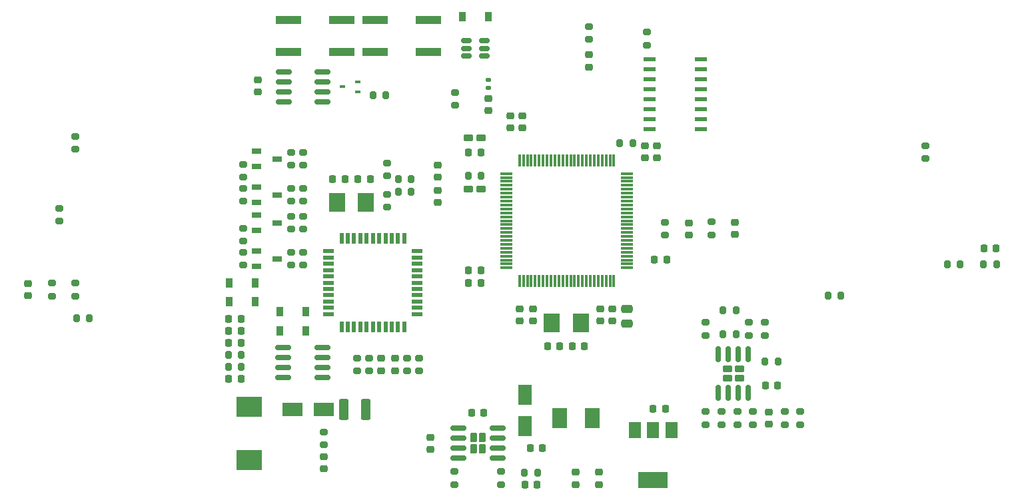
<source format=gbr>
%TF.GenerationSoftware,KiCad,Pcbnew,7.0.0-rc1-unknown-0.4.rc2.fc37*%
%TF.CreationDate,2023-02-14T20:33:30-08:00*%
%TF.ProjectId,prius_gen2,70726975-735f-4676-956e-322e6b696361,rev?*%
%TF.SameCoordinates,Original*%
%TF.FileFunction,Paste,Top*%
%TF.FilePolarity,Positive*%
%FSLAX46Y46*%
G04 Gerber Fmt 4.6, Leading zero omitted, Abs format (unit mm)*
G04 Created by KiCad (PCBNEW 7.0.0-rc1-unknown-0.4.rc2.fc37) date 2023-02-14 20:33:30*
%MOMM*%
%LPD*%
G01*
G04 APERTURE LIST*
G04 Aperture macros list*
%AMRoundRect*
0 Rectangle with rounded corners*
0 $1 Rounding radius*
0 $2 $3 $4 $5 $6 $7 $8 $9 X,Y pos of 4 corners*
0 Add a 4 corners polygon primitive as box body*
4,1,4,$2,$3,$4,$5,$6,$7,$8,$9,$2,$3,0*
0 Add four circle primitives for the rounded corners*
1,1,$1+$1,$2,$3*
1,1,$1+$1,$4,$5*
1,1,$1+$1,$6,$7*
1,1,$1+$1,$8,$9*
0 Add four rect primitives between the rounded corners*
20,1,$1+$1,$2,$3,$4,$5,0*
20,1,$1+$1,$4,$5,$6,$7,0*
20,1,$1+$1,$6,$7,$8,$9,0*
20,1,$1+$1,$8,$9,$2,$3,0*%
G04 Aperture macros list end*
%ADD10RoundRect,0.200000X-0.275000X0.200000X-0.275000X-0.200000X0.275000X-0.200000X0.275000X0.200000X0*%
%ADD11RoundRect,0.225000X-0.250000X0.225000X-0.250000X-0.225000X0.250000X-0.225000X0.250000X0.225000X0*%
%ADD12RoundRect,0.225000X-0.225000X-0.250000X0.225000X-0.250000X0.225000X0.250000X-0.225000X0.250000X0*%
%ADD13RoundRect,0.200000X0.200000X0.275000X-0.200000X0.275000X-0.200000X-0.275000X0.200000X-0.275000X0*%
%ADD14RoundRect,0.225000X0.250000X-0.225000X0.250000X0.225000X-0.250000X0.225000X-0.250000X-0.225000X0*%
%ADD15R,3.200000X1.000000*%
%ADD16RoundRect,0.150000X-0.825000X-0.150000X0.825000X-0.150000X0.825000X0.150000X-0.825000X0.150000X0*%
%ADD17RoundRect,0.225000X0.225000X0.250000X-0.225000X0.250000X-0.225000X-0.250000X0.225000X-0.250000X0*%
%ADD18R,2.000000X2.400000*%
%ADD19RoundRect,0.212500X0.400000X0.212500X-0.400000X0.212500X-0.400000X-0.212500X0.400000X-0.212500X0*%
%ADD20RoundRect,0.200000X0.275000X-0.200000X0.275000X0.200000X-0.275000X0.200000X-0.275000X-0.200000X0*%
%ADD21RoundRect,0.200000X-0.200000X-0.275000X0.200000X-0.275000X0.200000X0.275000X-0.200000X0.275000X0*%
%ADD22RoundRect,0.250000X-0.375000X-1.075000X0.375000X-1.075000X0.375000X1.075000X-0.375000X1.075000X0*%
%ADD23R,0.700000X0.450000*%
%ADD24R,3.300000X2.500000*%
%ADD25R,2.500000X1.800000*%
%ADD26R,1.800000X2.500000*%
%ADD27RoundRect,0.250000X-0.475000X0.250000X-0.475000X-0.250000X0.475000X-0.250000X0.475000X0.250000X0*%
%ADD28R,1.500000X2.000000*%
%ADD29R,3.800000X2.000000*%
%ADD30RoundRect,0.230000X-0.230000X-0.375000X0.230000X-0.375000X0.230000X0.375000X-0.230000X0.375000X0*%
%ADD31RoundRect,0.230000X0.375000X-0.230000X0.375000X0.230000X-0.375000X0.230000X-0.375000X-0.230000X0*%
%ADD32RoundRect,0.150000X0.150000X-0.825000X0.150000X0.825000X-0.150000X0.825000X-0.150000X-0.825000X0*%
%ADD33R,1.900000X2.500000*%
%ADD34RoundRect,0.218750X0.218750X0.256250X-0.218750X0.256250X-0.218750X-0.256250X0.218750X-0.256250X0*%
%ADD35RoundRect,0.137500X-0.662500X-0.137500X0.662500X-0.137500X0.662500X0.137500X-0.662500X0.137500X0*%
%ADD36R,0.900000X1.200000*%
%ADD37RoundRect,0.150000X0.512500X0.150000X-0.512500X0.150000X-0.512500X-0.150000X0.512500X-0.150000X0*%
%ADD38R,1.220000X0.650000*%
%ADD39RoundRect,0.075000X0.075000X-0.725000X0.075000X0.725000X-0.075000X0.725000X-0.075000X-0.725000X0*%
%ADD40RoundRect,0.075000X0.725000X-0.075000X0.725000X0.075000X-0.725000X0.075000X-0.725000X-0.075000X0*%
%ADD41R,1.473200X0.508000*%
%ADD42R,0.508000X1.473200*%
%ADD43RoundRect,0.135000X0.185000X-0.135000X0.185000X0.135000X-0.185000X0.135000X-0.185000X-0.135000X0*%
%ADD44RoundRect,0.150000X0.825000X0.150000X-0.825000X0.150000X-0.825000X-0.150000X0.825000X-0.150000X0*%
G04 APERTURE END LIST*
D10*
%TO.C,R13*%
X91285500Y-104247000D03*
X91285500Y-105897000D03*
%TD*%
D11*
%TO.C,C29*%
X122873500Y-126295000D03*
X122873500Y-127845000D03*
%TD*%
%TO.C,C31*%
X136373500Y-123845000D03*
X136373500Y-125395000D03*
%TD*%
D12*
%TO.C,C32*%
X149082500Y-125210000D03*
X150632500Y-125210000D03*
%TD*%
%TO.C,C33*%
X141666000Y-120765000D03*
X143216000Y-120765000D03*
%TD*%
%TO.C,C34*%
X148423500Y-129845000D03*
X149973500Y-129845000D03*
%TD*%
D13*
%TO.C,R29*%
X150023500Y-128345000D03*
X148373500Y-128345000D03*
%TD*%
D10*
%TO.C,R7*%
X130871000Y-88977000D03*
X130871000Y-90627000D03*
%TD*%
%TO.C,R42*%
X199322500Y-86782000D03*
X199322500Y-88432000D03*
%TD*%
%TO.C,R28*%
X145373500Y-128195000D03*
X145373500Y-129845000D03*
%TD*%
D11*
%TO.C,C35*%
X154873500Y-128295000D03*
X154873500Y-129845000D03*
%TD*%
%TO.C,C36*%
X157795000Y-128295000D03*
X157795000Y-129845000D03*
%TD*%
D12*
%TO.C,C37*%
X164703500Y-120193500D03*
X166253500Y-120193500D03*
%TD*%
D14*
%TO.C,C13*%
X137328500Y-90777000D03*
X137328500Y-89227000D03*
%TD*%
D11*
%TO.C,C14*%
X137328500Y-92452000D03*
X137328500Y-94002000D03*
%TD*%
%TO.C,C15*%
X85285500Y-104297000D03*
X85285500Y-105847000D03*
%TD*%
D15*
%TO.C,SW1*%
X129340499Y-70828999D03*
X136140499Y-70828999D03*
X129340499Y-74828999D03*
X136140499Y-74828999D03*
%TD*%
D16*
%TO.C,U4*%
X117765000Y-77374500D03*
X117765000Y-78644500D03*
X117765000Y-79914500D03*
X117765000Y-81184500D03*
X122715000Y-81184500D03*
X122715000Y-79914500D03*
X122715000Y-78644500D03*
X122715000Y-77374500D03*
%TD*%
D17*
%TO.C,C6*%
X142822000Y-102604000D03*
X141272000Y-102604000D03*
%TD*%
D11*
%TO.C,C38*%
X169225000Y-96571500D03*
X169225000Y-98121500D03*
%TD*%
%TO.C,C41*%
X175130500Y-96529500D03*
X175130500Y-98079500D03*
%TD*%
D10*
%TO.C,R11*%
X88285500Y-104247000D03*
X88285500Y-105897000D03*
%TD*%
D13*
%TO.C,R12*%
X93087500Y-108700000D03*
X91437500Y-108700000D03*
%TD*%
%TO.C,R10*%
X133982000Y-92599500D03*
X132332000Y-92599500D03*
%TD*%
%TO.C,R25*%
X130755000Y-80315500D03*
X129105000Y-80315500D03*
%TD*%
D10*
%TO.C,R26*%
X122873500Y-123195000D03*
X122873500Y-124845000D03*
%TD*%
D18*
%TO.C,Y1*%
X151817499Y-109334999D03*
X155517499Y-109334999D03*
%TD*%
D15*
%TO.C,SW2*%
X118340499Y-70828999D03*
X125140499Y-70828999D03*
X118340499Y-74828999D03*
X125140499Y-74828999D03*
%TD*%
D19*
%TO.C,D2*%
X142817500Y-92317000D03*
X141192500Y-92317000D03*
%TD*%
D20*
%TO.C,R8*%
X130871000Y-94602500D03*
X130871000Y-92952500D03*
%TD*%
D13*
%TO.C,R9*%
X133982000Y-90983500D03*
X132332000Y-90983500D03*
%TD*%
D10*
%TO.C,R35*%
X166225000Y-96521500D03*
X166225000Y-98171500D03*
%TD*%
D21*
%TO.C,R30*%
X186940500Y-105831000D03*
X188590500Y-105831000D03*
%TD*%
D22*
%TO.C,L1*%
X125373500Y-120345000D03*
X128173500Y-120345000D03*
%TD*%
D10*
%TO.C,R1*%
X156525000Y-71616500D03*
X156525000Y-73266500D03*
%TD*%
D23*
%TO.C,D3*%
X127194999Y-79929499D03*
X127194999Y-78629499D03*
X125194999Y-79279499D03*
%TD*%
D24*
%TO.C,D4*%
X113373499Y-119944999D03*
X113373499Y-126744999D03*
%TD*%
D25*
%TO.C,D5*%
X122873499Y-120344999D03*
X118873499Y-120344999D03*
%TD*%
D26*
%TO.C,D6*%
X148396999Y-122447499D03*
X148396999Y-118447499D03*
%TD*%
D27*
%TO.C,FB1*%
X161414500Y-107496000D03*
X161414500Y-109396000D03*
%TD*%
D10*
%TO.C,R45*%
X172130500Y-96479500D03*
X172130500Y-98129500D03*
%TD*%
%TO.C,R27*%
X139473500Y-128195000D03*
X139473500Y-129845000D03*
%TD*%
D13*
%TO.C,R6*%
X142850000Y-90602500D03*
X141200000Y-90602500D03*
%TD*%
D10*
%TO.C,R2*%
X139507000Y-79998500D03*
X139507000Y-81648500D03*
%TD*%
D28*
%TO.C,U6*%
X167022999Y-122976999D03*
X164722999Y-122976999D03*
D29*
X164722999Y-129276999D03*
D28*
X162422999Y-122976999D03*
%TD*%
D30*
%TO.C,U5*%
X141873500Y-123845000D03*
X141873500Y-125345000D03*
X143013500Y-123845000D03*
X143013500Y-125345000D03*
D16*
X139968500Y-122690000D03*
X139968500Y-123960000D03*
X139968500Y-125230000D03*
X139968500Y-126500000D03*
X144918500Y-126500000D03*
X144918500Y-125230000D03*
X144918500Y-123960000D03*
X144918500Y-122690000D03*
%TD*%
D10*
%TO.C,R18*%
X163954500Y-72315000D03*
X163954500Y-73965000D03*
%TD*%
D12*
%TO.C,C17*%
X206739000Y-99798500D03*
X208289000Y-99798500D03*
%TD*%
D21*
%TO.C,R16*%
X202102500Y-101830500D03*
X203752500Y-101830500D03*
%TD*%
%TO.C,R17*%
X206689500Y-101830500D03*
X208339500Y-101830500D03*
%TD*%
D31*
%TO.C,U7*%
X174161500Y-116316500D03*
X175661500Y-116316500D03*
X174161500Y-115176500D03*
X175661500Y-115176500D03*
D32*
X173006500Y-118221500D03*
X174276500Y-118221500D03*
X175546500Y-118221500D03*
X176816500Y-118221500D03*
X176816500Y-113271500D03*
X175546500Y-113271500D03*
X174276500Y-113271500D03*
X173006500Y-113271500D03*
%TD*%
D13*
%TO.C,R41*%
X175236500Y-107746500D03*
X173586500Y-107746500D03*
%TD*%
D11*
%TO.C,C39*%
X179411500Y-120646500D03*
X179411500Y-122196500D03*
%TD*%
D17*
%TO.C,C40*%
X180511500Y-117246500D03*
X178961500Y-117246500D03*
%TD*%
D20*
%TO.C,R43*%
X171411500Y-122246500D03*
X171411500Y-120596500D03*
%TD*%
D13*
%TO.C,R34*%
X180561500Y-114246500D03*
X178911500Y-114246500D03*
%TD*%
D20*
%TO.C,R38*%
X171411500Y-110896500D03*
X171411500Y-109246500D03*
%TD*%
%TO.C,R36*%
X181411500Y-122246500D03*
X181411500Y-120596500D03*
%TD*%
D10*
%TO.C,R37*%
X177411500Y-120596500D03*
X177411500Y-122246500D03*
%TD*%
D20*
%TO.C,R33*%
X176911500Y-110896500D03*
X176911500Y-109246500D03*
%TD*%
D10*
%TO.C,R31*%
X175411500Y-120596500D03*
X175411500Y-122246500D03*
%TD*%
%TO.C,R32*%
X183411500Y-120596500D03*
X183411500Y-122246500D03*
%TD*%
D20*
%TO.C,R39*%
X178911500Y-110896500D03*
X178911500Y-109246500D03*
%TD*%
D10*
%TO.C,R40*%
X173411500Y-120596500D03*
X173411500Y-122246500D03*
%TD*%
D13*
%TO.C,R44*%
X175236500Y-110746500D03*
X173586500Y-110746500D03*
%TD*%
D33*
%TO.C,L2*%
X152854999Y-121399499D03*
X156954999Y-121399499D03*
%TD*%
D12*
%TO.C,C2*%
X154416500Y-112256000D03*
X155966500Y-112256000D03*
%TD*%
D11*
%TO.C,C7*%
X147762000Y-107544000D03*
X147762000Y-109094000D03*
%TD*%
%TO.C,C4*%
X159509500Y-107544000D03*
X159509500Y-109094000D03*
%TD*%
%TO.C,C8*%
X149476500Y-107544000D03*
X149476500Y-109094000D03*
%TD*%
D12*
%TO.C,C9*%
X164894000Y-101270500D03*
X166444000Y-101270500D03*
%TD*%
D14*
%TO.C,C11*%
X146525000Y-84500000D03*
X146525000Y-82950000D03*
%TD*%
D17*
%TO.C,C12*%
X142822000Y-104255000D03*
X141272000Y-104255000D03*
%TD*%
D14*
%TO.C,C3*%
X156525000Y-76772500D03*
X156525000Y-75222500D03*
%TD*%
D11*
%TO.C,C5*%
X157985500Y-107544000D03*
X157985500Y-109094000D03*
%TD*%
D14*
%TO.C,C28*%
X114488000Y-79947500D03*
X114488000Y-78397500D03*
%TD*%
D17*
%TO.C,C1*%
X152855000Y-112256000D03*
X151305000Y-112256000D03*
%TD*%
D34*
%TO.C,R5*%
X142812500Y-87599500D03*
X141237500Y-87599500D03*
%TD*%
D19*
%TO.C,D1*%
X142817500Y-85749500D03*
X141192500Y-85749500D03*
%TD*%
D13*
%TO.C,R3*%
X160475000Y-86475000D03*
X162125000Y-86475000D03*
%TD*%
D14*
%TO.C,C10*%
X165175000Y-88350000D03*
X165175000Y-86800000D03*
%TD*%
D35*
%TO.C,U2*%
X164260500Y-75743500D03*
X164260500Y-77013500D03*
X164260500Y-78283500D03*
X164260500Y-79553500D03*
X164260500Y-80823500D03*
X164260500Y-82093500D03*
X164260500Y-83363500D03*
X164260500Y-84633500D03*
X170760500Y-84633500D03*
X170760500Y-83363500D03*
X170760500Y-82093500D03*
X170760500Y-80823500D03*
X170760500Y-79553500D03*
X170760500Y-78283500D03*
X170760500Y-77013500D03*
X170760500Y-75743500D03*
%TD*%
D20*
%TO.C,R54*%
X118679000Y-97396500D03*
X118679000Y-95746500D03*
%TD*%
D36*
%TO.C,D9*%
X120582999Y-107874499D03*
X117282999Y-107874499D03*
%TD*%
D37*
%TO.C,U9*%
X143262500Y-75350000D03*
X143262500Y-74400000D03*
X143262500Y-73450000D03*
X140987500Y-73450000D03*
X140987500Y-74400000D03*
X140987500Y-75350000D03*
%TD*%
D14*
%TO.C,C26*%
X148050000Y-84500000D03*
X148050000Y-82950000D03*
%TD*%
D20*
%TO.C,R23*%
X127061000Y-115430500D03*
X127061000Y-113780500D03*
%TD*%
D14*
%TO.C,C21*%
X130109000Y-115380500D03*
X130109000Y-113830500D03*
%TD*%
%TO.C,C27*%
X163675000Y-88350000D03*
X163675000Y-86800000D03*
%TD*%
D20*
%TO.C,R24*%
X128585000Y-115430500D03*
X128585000Y-113780500D03*
%TD*%
%TO.C,R47*%
X118679000Y-89268500D03*
X118679000Y-87618500D03*
%TD*%
D36*
%TO.C,D8*%
X110805999Y-106604499D03*
X114105999Y-106604499D03*
%TD*%
D17*
%TO.C,C25*%
X112342000Y-111811500D03*
X110792000Y-111811500D03*
%TD*%
D38*
%TO.C,Q3*%
X114320999Y-95621499D03*
X114320999Y-97521499D03*
X116940999Y-96571499D03*
%TD*%
D17*
%TO.C,C23*%
X112342000Y-108763500D03*
X110792000Y-108763500D03*
%TD*%
D38*
%TO.C,Q4*%
X114320999Y-100193499D03*
X114320999Y-102093499D03*
X116940999Y-101143499D03*
%TD*%
D20*
%TO.C,R51*%
X133411000Y-115430500D03*
X133411000Y-113780500D03*
%TD*%
D10*
%TO.C,R57*%
X118679000Y-100318500D03*
X118679000Y-101968500D03*
%TD*%
D36*
%TO.C,D11*%
X140449999Y-70374999D03*
X143749999Y-70374999D03*
%TD*%
D10*
%TO.C,R56*%
X120203000Y-100318500D03*
X120203000Y-101968500D03*
%TD*%
D39*
%TO.C,U1*%
X147731000Y-103992500D03*
X148231000Y-103992500D03*
X148731000Y-103992500D03*
X149231000Y-103992500D03*
X149731000Y-103992500D03*
X150231000Y-103992500D03*
X150731000Y-103992500D03*
X151231000Y-103992500D03*
X151731000Y-103992500D03*
X152231000Y-103992500D03*
X152731000Y-103992500D03*
X153231000Y-103992500D03*
X153731000Y-103992500D03*
X154231000Y-103992500D03*
X154731000Y-103992500D03*
X155231000Y-103992500D03*
X155731000Y-103992500D03*
X156231000Y-103992500D03*
X156731000Y-103992500D03*
X157231000Y-103992500D03*
X157731000Y-103992500D03*
X158231000Y-103992500D03*
X158731000Y-103992500D03*
X159231000Y-103992500D03*
X159731000Y-103992500D03*
D40*
X161406000Y-102317500D03*
X161406000Y-101817500D03*
X161406000Y-101317500D03*
X161406000Y-100817500D03*
X161406000Y-100317500D03*
X161406000Y-99817500D03*
X161406000Y-99317500D03*
X161406000Y-98817500D03*
X161406000Y-98317500D03*
X161406000Y-97817500D03*
X161406000Y-97317500D03*
X161406000Y-96817500D03*
X161406000Y-96317500D03*
X161406000Y-95817500D03*
X161406000Y-95317500D03*
X161406000Y-94817500D03*
X161406000Y-94317500D03*
X161406000Y-93817500D03*
X161406000Y-93317500D03*
X161406000Y-92817500D03*
X161406000Y-92317500D03*
X161406000Y-91817500D03*
X161406000Y-91317500D03*
X161406000Y-90817500D03*
X161406000Y-90317500D03*
D39*
X159731000Y-88642500D03*
X159231000Y-88642500D03*
X158731000Y-88642500D03*
X158231000Y-88642500D03*
X157731000Y-88642500D03*
X157231000Y-88642500D03*
X156731000Y-88642500D03*
X156231000Y-88642500D03*
X155731000Y-88642500D03*
X155231000Y-88642500D03*
X154731000Y-88642500D03*
X154231000Y-88642500D03*
X153731000Y-88642500D03*
X153231000Y-88642500D03*
X152731000Y-88642500D03*
X152231000Y-88642500D03*
X151731000Y-88642500D03*
X151231000Y-88642500D03*
X150731000Y-88642500D03*
X150231000Y-88642500D03*
X149731000Y-88642500D03*
X149231000Y-88642500D03*
X148731000Y-88642500D03*
X148231000Y-88642500D03*
X147731000Y-88642500D03*
D40*
X146056000Y-90317500D03*
X146056000Y-90817500D03*
X146056000Y-91317500D03*
X146056000Y-91817500D03*
X146056000Y-92317500D03*
X146056000Y-92817500D03*
X146056000Y-93317500D03*
X146056000Y-93817500D03*
X146056000Y-94317500D03*
X146056000Y-94817500D03*
X146056000Y-95317500D03*
X146056000Y-95817500D03*
X146056000Y-96317500D03*
X146056000Y-96817500D03*
X146056000Y-97317500D03*
X146056000Y-97817500D03*
X146056000Y-98317500D03*
X146056000Y-98817500D03*
X146056000Y-99317500D03*
X146056000Y-99817500D03*
X146056000Y-100317500D03*
X146056000Y-100817500D03*
X146056000Y-101317500D03*
X146056000Y-101817500D03*
X146056000Y-102317500D03*
%TD*%
D13*
%TO.C,R22*%
X112392000Y-114859500D03*
X110742000Y-114859500D03*
%TD*%
D10*
%TO.C,R53*%
X112583000Y-92190500D03*
X112583000Y-93840500D03*
%TD*%
D36*
%TO.C,D7*%
X114105999Y-104191499D03*
X110805999Y-104191499D03*
%TD*%
D41*
%TO.C,U3*%
X134706399Y-108179299D03*
X134706399Y-107391899D03*
X134706399Y-106579099D03*
X134706399Y-105791699D03*
X134706399Y-104978899D03*
X134706399Y-104191499D03*
X134706399Y-103404099D03*
X134706399Y-102591299D03*
X134706399Y-101803899D03*
X134706399Y-100991099D03*
X134706399Y-100203699D03*
D42*
X133080799Y-98578099D03*
X132293399Y-98578099D03*
X131480599Y-98578099D03*
X130693199Y-98578099D03*
X129880399Y-98578099D03*
X129092999Y-98578099D03*
X128305599Y-98578099D03*
X127492799Y-98578099D03*
X126705399Y-98578099D03*
X125892599Y-98578099D03*
X125105199Y-98578099D03*
D41*
X123479599Y-100203699D03*
X123479599Y-100991099D03*
X123479599Y-101803899D03*
X123479599Y-102591299D03*
X123479599Y-103404099D03*
X123479599Y-104191499D03*
X123479599Y-104978899D03*
X123479599Y-105791699D03*
X123479599Y-106579099D03*
X123479599Y-107391899D03*
X123479599Y-108179299D03*
D42*
X125105199Y-109804899D03*
X125892599Y-109804899D03*
X126705399Y-109804899D03*
X127492799Y-109804899D03*
X128305599Y-109804899D03*
X129092999Y-109804899D03*
X129880399Y-109804899D03*
X130693199Y-109804899D03*
X131480599Y-109804899D03*
X132293399Y-109804899D03*
X133080799Y-109804899D03*
%TD*%
D20*
%TO.C,R49*%
X120203000Y-93840500D03*
X120203000Y-92190500D03*
%TD*%
D17*
%TO.C,C20*%
X112342000Y-116383500D03*
X110792000Y-116383500D03*
%TD*%
D10*
%TO.C,R55*%
X120203000Y-95746500D03*
X120203000Y-97396500D03*
%TD*%
%TO.C,R20*%
X91247000Y-85586500D03*
X91247000Y-87236500D03*
%TD*%
%TO.C,R50*%
X118679000Y-92190500D03*
X118679000Y-93840500D03*
%TD*%
D21*
%TO.C,R21*%
X110742000Y-113335500D03*
X112392000Y-113335500D03*
%TD*%
D17*
%TO.C,C24*%
X112342000Y-110287500D03*
X110792000Y-110287500D03*
%TD*%
D10*
%TO.C,R59*%
X112583000Y-100318500D03*
X112583000Y-101968500D03*
%TD*%
%TO.C,R52*%
X112583000Y-89124500D03*
X112583000Y-90774500D03*
%TD*%
D12*
%TO.C,C18*%
X127200000Y-90983500D03*
X128750000Y-90983500D03*
%TD*%
D20*
%TO.C,R48*%
X120203000Y-89268500D03*
X120203000Y-87618500D03*
%TD*%
D14*
%TO.C,C22*%
X131887000Y-115380500D03*
X131887000Y-113830500D03*
%TD*%
D10*
%TO.C,R19*%
X89215000Y-94730500D03*
X89215000Y-96380500D03*
%TD*%
D38*
%TO.C,Q1*%
X114320999Y-87493499D03*
X114320999Y-89393499D03*
X116940999Y-88443499D03*
%TD*%
D11*
%TO.C,C16*%
X143800000Y-80775000D03*
X143800000Y-82325000D03*
%TD*%
D43*
%TO.C,R14*%
X143800000Y-79393000D03*
X143800000Y-78373000D03*
%TD*%
D38*
%TO.C,Q2*%
X114320999Y-92065499D03*
X114320999Y-93965499D03*
X116940999Y-93015499D03*
%TD*%
D20*
%TO.C,R46*%
X134935000Y-115430500D03*
X134935000Y-113780500D03*
%TD*%
D44*
%TO.C,U8*%
X122678000Y-116256500D03*
X122678000Y-114986500D03*
X122678000Y-113716500D03*
X122678000Y-112446500D03*
X117728000Y-112446500D03*
X117728000Y-113716500D03*
X117728000Y-114986500D03*
X117728000Y-116256500D03*
%TD*%
D18*
%TO.C,Y2*%
X128224999Y-93983499D03*
X124524999Y-93983499D03*
%TD*%
D36*
%TO.C,D10*%
X117282999Y-110287499D03*
X120582999Y-110287499D03*
%TD*%
D17*
%TO.C,C19*%
X125550000Y-90983500D03*
X124000000Y-90983500D03*
%TD*%
D10*
%TO.C,R58*%
X112583000Y-97270500D03*
X112583000Y-98920500D03*
%TD*%
M02*

</source>
